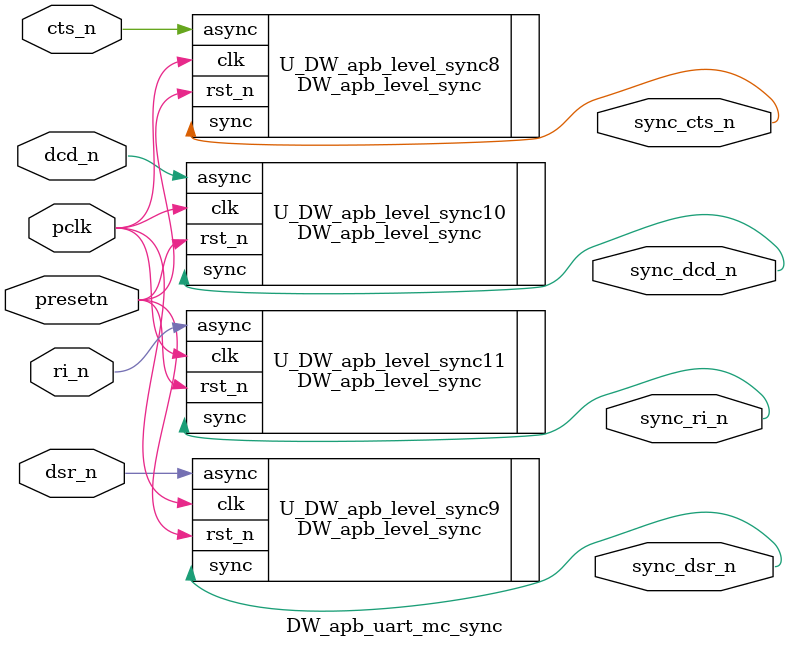
<source format=v>
`include "DW_apb_uart_cc_constants.v"
module DW_apb_uart_mc_sync
  (
   // Inputs
   pclk,
   presetn,
   cts_n,
   dsr_n,
   dcd_n,
   ri_n,
   
   // Outputs
   sync_cts_n,
   sync_dsr_n,
   sync_dcd_n,
   sync_ri_n
   );

   input                             pclk;                // APB clock 
   input                             presetn;             // APB async reset
   input                             cts_n;               // clear to send,
                                                          // active low
   input                             dsr_n;               // data set ready,
                                                          // active low
   input                             dcd_n;               // data carrier detect,
                                                          // active low
   input                             ri_n;                // ring indicator,
                                                          // active low

   output                            sync_cts_n;          // synd'ed clear to send,         
                                                          // active low
   output                            sync_dsr_n;          // synd'ed data set ready,        
                                                          // active low
   output                            sync_dcd_n;          // synd'ed data carrier detect,
                                                          // active low
   output                            sync_ri_n;           // synd'ed ring indicator,        
                                                          // active low

   wire                              cts_n;               // clear to send,
                                                          // active low
   wire                              sync_cts_n;          // synd'ed clear to
                                                          // send, active low
   wire                              dsr_n;               // data set ready,
                                                          // active low
   wire                              sync_dsr_n;          // synd'ed data set
                                                          // ready, active low
   wire                              dcd_n;               // data carrier detect,
                                                          // active low
   wire                              sync_dcd_n;          // synd'ed data carrier
                                                          // detect, active low
   wire                              ri_n;                // ring indicator,
                                                          // active low
   wire                              sync_ri_n;           // synd'ed ring indicator,
                                                          // active low

   // Level synchronizer for cts_n
   DW_apb_level_sync
    #(2, 1) U_DW_apb_level_sync8
     (
      // Inputs
      .clk           (pclk),
      .rst_n         (presetn),
      .async         (cts_n),
   
      // Outputs
      .sync          (sync_cts_n)
      );

   // Level synchronizer for dsr_n
   DW_apb_level_sync
    #(2, 1) U_DW_apb_level_sync9
     (
      // Inputs
      .clk           (pclk),
      .rst_n         (presetn),
      .async         (dsr_n),
   
      // Outputs
      .sync          (sync_dsr_n)
      );

   // Level synchronizer for dcd_n
   DW_apb_level_sync
    #(2, 1) U_DW_apb_level_sync10
     (
      // Inputs
      .clk           (pclk),
      .rst_n         (presetn),
      .async         (dcd_n),
   
      // Outputs
      .sync          (sync_dcd_n)
      );

   // Level synchronizer for ri_n
   DW_apb_level_sync
    #(2, 1) U_DW_apb_level_sync11
     (
      // Inputs
      .clk           (pclk),
      .rst_n         (presetn),
      .async         (ri_n),
   
      // Outputs
      .sync          (sync_ri_n)
      );

endmodule // DW_apb_uart_mc_sync

</source>
